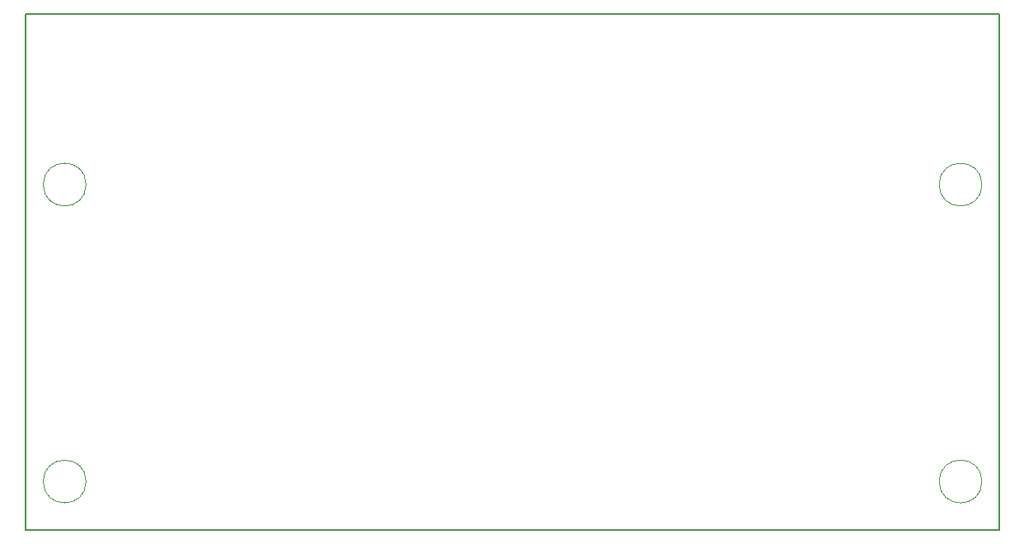
<source format=gbr>
%TF.GenerationSoftware,KiCad,Pcbnew,9.0.3*%
%TF.CreationDate,2025-08-21T00:29:16-03:00*%
%TF.ProjectId,PCB_Interfaz,5043425f-496e-4746-9572-66617a2e6b69,rev?*%
%TF.SameCoordinates,Original*%
%TF.FileFunction,Profile,NP*%
%FSLAX46Y46*%
G04 Gerber Fmt 4.6, Leading zero omitted, Abs format (unit mm)*
G04 Created by KiCad (PCBNEW 9.0.3) date 2025-08-21 00:29:16*
%MOMM*%
%LPD*%
G01*
G04 APERTURE LIST*
%TA.AperFunction,Profile*%
%ADD10C,0.050000*%
%TD*%
%TA.AperFunction,Profile*%
%ADD11C,0.200000*%
%TD*%
G04 APERTURE END LIST*
D10*
X75488000Y-127706000D02*
G75*
G02*
X71088000Y-127706000I-2200000J0D01*
G01*
X71088000Y-127706000D02*
G75*
G02*
X75488000Y-127706000I2200000J0D01*
G01*
X167488000Y-127706000D02*
G75*
G02*
X163088000Y-127706000I-2200000J0D01*
G01*
X163088000Y-127706000D02*
G75*
G02*
X167488000Y-127706000I2200000J0D01*
G01*
X167488000Y-97206000D02*
G75*
G02*
X163088000Y-97206000I-2200000J0D01*
G01*
X163088000Y-97206000D02*
G75*
G02*
X167488000Y-97206000I2200000J0D01*
G01*
X75488000Y-97206000D02*
G75*
G02*
X71088000Y-97206000I-2200000J0D01*
G01*
X71088000Y-97206000D02*
G75*
G02*
X75488000Y-97206000I2200000J0D01*
G01*
D11*
X69252000Y-79696500D02*
X169252000Y-79696500D01*
X169252000Y-132696500D01*
X69252000Y-132696500D01*
X69252000Y-79696500D01*
M02*

</source>
